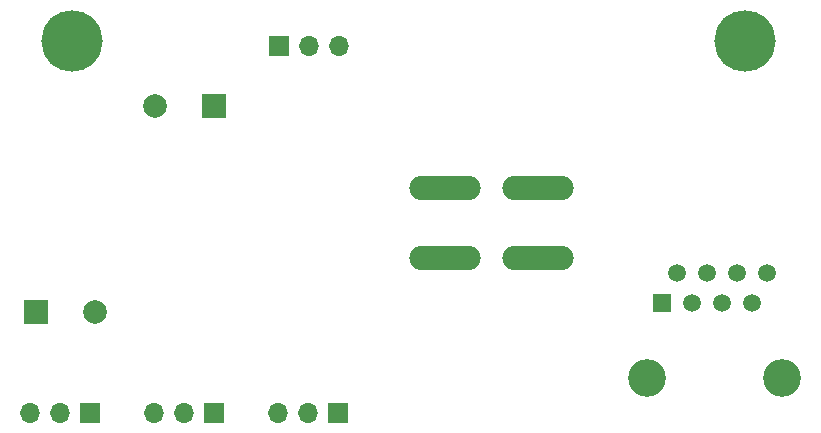
<source format=gbr>
G04 #@! TF.GenerationSoftware,KiCad,Pcbnew,5.1.9-73d0e3b20d~88~ubuntu20.04.1*
G04 #@! TF.CreationDate,2021-04-26T21:02:44-06:00*
G04 #@! TF.ProjectId,pole-node,706f6c65-2d6e-46f6-9465-2e6b69636164,rev?*
G04 #@! TF.SameCoordinates,Original*
G04 #@! TF.FileFunction,Soldermask,Bot*
G04 #@! TF.FilePolarity,Negative*
%FSLAX46Y46*%
G04 Gerber Fmt 4.6, Leading zero omitted, Abs format (unit mm)*
G04 Created by KiCad (PCBNEW 5.1.9-73d0e3b20d~88~ubuntu20.04.1) date 2021-04-26 21:02:44*
%MOMM*%
%LPD*%
G01*
G04 APERTURE LIST*
%ADD10C,2.000000*%
%ADD11R,2.000000X2.000000*%
%ADD12O,1.700000X1.700000*%
%ADD13R,1.700000X1.700000*%
%ADD14O,6.030000X2.070000*%
%ADD15C,5.200000*%
%ADD16C,1.500000*%
%ADD17R,1.500000X1.500000*%
%ADD18C,3.200000*%
G04 APERTURE END LIST*
D10*
X45500000Y-63500000D03*
D11*
X40500000Y-63500000D03*
D10*
X50500000Y-46000000D03*
D11*
X55500000Y-46000000D03*
D12*
X60920000Y-72000000D03*
X63460000Y-72000000D03*
D13*
X66000000Y-72000000D03*
D12*
X50420000Y-72000000D03*
X52960000Y-72000000D03*
D13*
X55500000Y-72000000D03*
D12*
X39920000Y-72000000D03*
X42460000Y-72000000D03*
D13*
X45000000Y-72000000D03*
D12*
X66080000Y-41000000D03*
X63540000Y-41000000D03*
D13*
X61000000Y-41000000D03*
D14*
X82950000Y-53000000D03*
X75050000Y-53000000D03*
X75050000Y-58910000D03*
X82950000Y-58910000D03*
D15*
X100500000Y-40500000D03*
X43500000Y-40500000D03*
D16*
X102390000Y-60190000D03*
X101120000Y-62730000D03*
X99850000Y-60190000D03*
X98580000Y-62730000D03*
X97310000Y-60190000D03*
X96040000Y-62730000D03*
X94770000Y-60190000D03*
D17*
X93500000Y-62730000D03*
D18*
X92230000Y-69080000D03*
X103660000Y-69080000D03*
M02*

</source>
